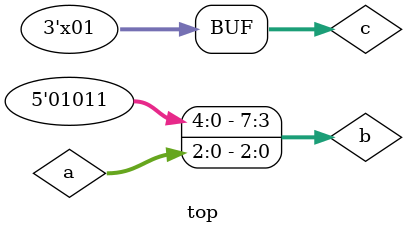
<source format=v>
module top;
wire [2:0] a;
wire [7:0] b;
wire [2:0] c;

assign b = {2'b01, 3'b011, a};
assign c = 3'bx01;

endmodule

</source>
